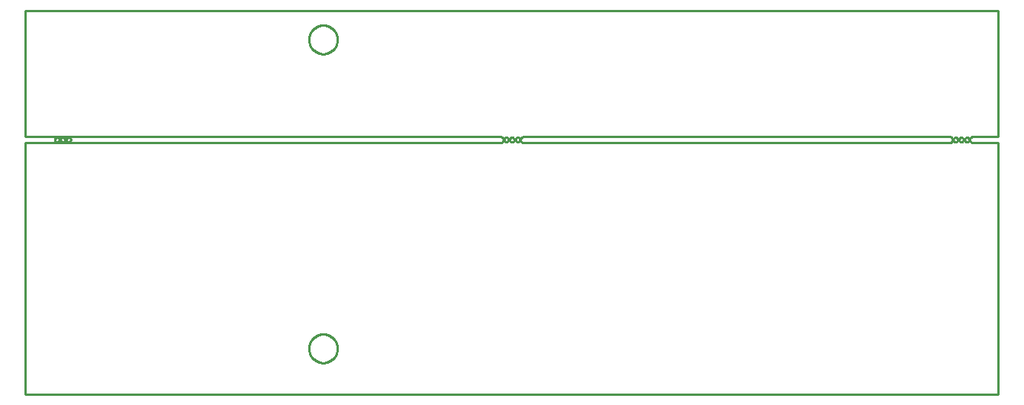
<source format=gbr>
G04 EAGLE Gerber RS-274X export*
G75*
%MOMM*%
%FSLAX34Y34*%
%LPD*%
%IN*%
%IPPOS*%
%AMOC8*
5,1,8,0,0,1.08239X$1,22.5*%
G01*
%ADD10C,0.254000*%


D10*
X0Y0D02*
X1079500Y0D01*
X1079500Y279400D01*
X1050925Y279400D01*
X1050648Y279412D01*
X1050374Y279448D01*
X1050103Y279508D01*
X1049839Y279591D01*
X1049583Y279697D01*
X1049338Y279825D01*
X1049104Y279974D01*
X1048884Y280143D01*
X1048680Y280330D01*
X1048493Y280534D01*
X1048324Y280754D01*
X1048175Y280988D01*
X1048047Y281233D01*
X1047941Y281489D01*
X1047858Y281753D01*
X1047798Y282024D01*
X1047762Y282298D01*
X1047750Y282575D01*
X1047762Y282852D01*
X1047798Y283126D01*
X1047858Y283397D01*
X1047941Y283661D01*
X1048047Y283917D01*
X1048175Y284163D01*
X1048324Y284396D01*
X1048493Y284616D01*
X1048680Y284820D01*
X1048884Y285007D01*
X1049104Y285176D01*
X1049338Y285325D01*
X1049583Y285453D01*
X1049839Y285559D01*
X1050103Y285642D01*
X1050374Y285702D01*
X1050648Y285738D01*
X1050925Y285750D01*
X1079500Y285750D01*
X1079500Y425450D01*
X0Y425450D01*
X0Y285750D01*
X527050Y285750D01*
X527327Y285738D01*
X527601Y285702D01*
X527872Y285642D01*
X528136Y285559D01*
X528392Y285453D01*
X528638Y285325D01*
X528871Y285176D01*
X529091Y285007D01*
X529295Y284820D01*
X529482Y284616D01*
X529651Y284396D01*
X529800Y284163D01*
X529928Y283917D01*
X530034Y283661D01*
X530117Y283397D01*
X530177Y283126D01*
X530213Y282852D01*
X530225Y282575D01*
X530213Y282298D01*
X530177Y282024D01*
X530117Y281753D01*
X530034Y281489D01*
X529928Y281233D01*
X529800Y280988D01*
X529651Y280754D01*
X529482Y280534D01*
X529295Y280330D01*
X529091Y280143D01*
X528871Y279974D01*
X528638Y279825D01*
X528392Y279697D01*
X528136Y279591D01*
X527872Y279508D01*
X527601Y279448D01*
X527327Y279412D01*
X527050Y279400D01*
X0Y279400D01*
X0Y0D01*
X549275Y282575D02*
X549287Y282298D01*
X549323Y282024D01*
X549383Y281753D01*
X549466Y281489D01*
X549572Y281233D01*
X549700Y280988D01*
X549849Y280754D01*
X550018Y280534D01*
X550205Y280330D01*
X550409Y280143D01*
X550629Y279974D01*
X550863Y279825D01*
X551108Y279697D01*
X551364Y279591D01*
X551628Y279508D01*
X551899Y279448D01*
X552173Y279412D01*
X552450Y279400D01*
X1025525Y279400D01*
X1025802Y279412D01*
X1026076Y279448D01*
X1026347Y279508D01*
X1026611Y279591D01*
X1026867Y279697D01*
X1027113Y279825D01*
X1027346Y279974D01*
X1027566Y280143D01*
X1027770Y280330D01*
X1027957Y280534D01*
X1028126Y280754D01*
X1028275Y280988D01*
X1028403Y281233D01*
X1028509Y281489D01*
X1028592Y281753D01*
X1028652Y282024D01*
X1028688Y282298D01*
X1028700Y282575D01*
X1028688Y282852D01*
X1028652Y283126D01*
X1028592Y283397D01*
X1028509Y283661D01*
X1028403Y283917D01*
X1028275Y284163D01*
X1028126Y284396D01*
X1027957Y284616D01*
X1027770Y284820D01*
X1027566Y285007D01*
X1027346Y285176D01*
X1027113Y285325D01*
X1026867Y285453D01*
X1026611Y285559D01*
X1026347Y285642D01*
X1026076Y285702D01*
X1025802Y285738D01*
X1025525Y285750D01*
X552450Y285750D01*
X552173Y285738D01*
X551899Y285702D01*
X551628Y285642D01*
X551364Y285559D01*
X551108Y285453D01*
X550863Y285325D01*
X550629Y285176D01*
X550409Y285007D01*
X550205Y284820D01*
X550018Y284616D01*
X549849Y284396D01*
X549700Y284163D01*
X549572Y283917D01*
X549466Y283661D01*
X549383Y283397D01*
X549323Y283126D01*
X549287Y282852D01*
X549275Y282575D01*
X346075Y393180D02*
X346007Y392143D01*
X345871Y391113D01*
X345669Y390093D01*
X345400Y389089D01*
X345065Y388105D01*
X344668Y387145D01*
X344208Y386213D01*
X343688Y385312D01*
X343111Y384448D01*
X342478Y383624D01*
X341793Y382842D01*
X341058Y382107D01*
X340276Y381422D01*
X339452Y380789D01*
X338588Y380212D01*
X337687Y379692D01*
X336755Y379232D01*
X335795Y378835D01*
X334811Y378500D01*
X333807Y378231D01*
X332787Y378029D01*
X331757Y377893D01*
X330720Y377825D01*
X329680Y377825D01*
X328643Y377893D01*
X327613Y378029D01*
X326593Y378231D01*
X325589Y378500D01*
X324605Y378835D01*
X323645Y379232D01*
X322713Y379692D01*
X321812Y380212D01*
X320948Y380789D01*
X320124Y381422D01*
X319342Y382107D01*
X318607Y382842D01*
X317922Y383624D01*
X317289Y384448D01*
X316712Y385312D01*
X316192Y386213D01*
X315732Y387145D01*
X315335Y388105D01*
X315000Y389089D01*
X314731Y390093D01*
X314529Y391113D01*
X314393Y392143D01*
X314325Y393180D01*
X314325Y394220D01*
X314393Y395257D01*
X314529Y396287D01*
X314731Y397307D01*
X315000Y398311D01*
X315335Y399295D01*
X315732Y400255D01*
X316192Y401187D01*
X316712Y402088D01*
X317289Y402952D01*
X317922Y403776D01*
X318607Y404558D01*
X319342Y405293D01*
X320124Y405978D01*
X320948Y406611D01*
X321812Y407188D01*
X322713Y407708D01*
X323645Y408168D01*
X324605Y408565D01*
X325589Y408900D01*
X326593Y409169D01*
X327613Y409371D01*
X328643Y409507D01*
X329680Y409575D01*
X330720Y409575D01*
X331757Y409507D01*
X332787Y409371D01*
X333807Y409169D01*
X334811Y408900D01*
X335795Y408565D01*
X336755Y408168D01*
X337687Y407708D01*
X338588Y407188D01*
X339452Y406611D01*
X340276Y405978D01*
X341058Y405293D01*
X341793Y404558D01*
X342478Y403776D01*
X343111Y402952D01*
X343688Y402088D01*
X344208Y401187D01*
X344668Y400255D01*
X345065Y399295D01*
X345400Y398311D01*
X345669Y397307D01*
X345871Y396287D01*
X346007Y395257D01*
X346075Y394220D01*
X346075Y393180D01*
X346075Y50280D02*
X346007Y49243D01*
X345871Y48213D01*
X345669Y47193D01*
X345400Y46189D01*
X345065Y45205D01*
X344668Y44245D01*
X344208Y43313D01*
X343688Y42412D01*
X343111Y41548D01*
X342478Y40724D01*
X341793Y39942D01*
X341058Y39207D01*
X340276Y38522D01*
X339452Y37889D01*
X338588Y37312D01*
X337687Y36792D01*
X336755Y36332D01*
X335795Y35935D01*
X334811Y35600D01*
X333807Y35331D01*
X332787Y35129D01*
X331757Y34993D01*
X330720Y34925D01*
X329680Y34925D01*
X328643Y34993D01*
X327613Y35129D01*
X326593Y35331D01*
X325589Y35600D01*
X324605Y35935D01*
X323645Y36332D01*
X322713Y36792D01*
X321812Y37312D01*
X320948Y37889D01*
X320124Y38522D01*
X319342Y39207D01*
X318607Y39942D01*
X317922Y40724D01*
X317289Y41548D01*
X316712Y42412D01*
X316192Y43313D01*
X315732Y44245D01*
X315335Y45205D01*
X315000Y46189D01*
X314731Y47193D01*
X314529Y48213D01*
X314393Y49243D01*
X314325Y50280D01*
X314325Y51320D01*
X314393Y52357D01*
X314529Y53387D01*
X314731Y54407D01*
X315000Y55411D01*
X315335Y56395D01*
X315732Y57355D01*
X316192Y58287D01*
X316712Y59188D01*
X317289Y60052D01*
X317922Y60876D01*
X318607Y61658D01*
X319342Y62393D01*
X320124Y63078D01*
X320948Y63711D01*
X321812Y64288D01*
X322713Y64808D01*
X323645Y65268D01*
X324605Y65665D01*
X325589Y66000D01*
X326593Y66269D01*
X327613Y66471D01*
X328643Y66607D01*
X329680Y66675D01*
X330720Y66675D01*
X331757Y66607D01*
X332787Y66471D01*
X333807Y66269D01*
X334811Y66000D01*
X335795Y65665D01*
X336755Y65268D01*
X337687Y64808D01*
X338588Y64288D01*
X339452Y63711D01*
X340276Y63078D01*
X341058Y62393D01*
X341793Y61658D01*
X342478Y60876D01*
X343111Y60052D01*
X343688Y59188D01*
X344208Y58287D01*
X344668Y57355D01*
X345065Y56395D01*
X345400Y55411D01*
X345669Y54407D01*
X345871Y53387D01*
X346007Y52357D01*
X346075Y51320D01*
X346075Y50280D01*
X37425Y282378D02*
X37363Y281990D01*
X37242Y281615D01*
X37063Y281265D01*
X36832Y280946D01*
X36554Y280668D01*
X36235Y280437D01*
X35885Y280258D01*
X35510Y280137D01*
X35122Y280075D01*
X34728Y280075D01*
X34340Y280137D01*
X33965Y280258D01*
X33615Y280437D01*
X33296Y280668D01*
X33018Y280946D01*
X32787Y281265D01*
X32608Y281615D01*
X32487Y281990D01*
X32425Y282378D01*
X32425Y282772D01*
X32487Y283160D01*
X32608Y283535D01*
X32787Y283885D01*
X33018Y284204D01*
X33296Y284482D01*
X33615Y284713D01*
X33965Y284892D01*
X34340Y285013D01*
X34728Y285075D01*
X35122Y285075D01*
X35510Y285013D01*
X35885Y284892D01*
X36235Y284713D01*
X36554Y284482D01*
X36832Y284204D01*
X37063Y283885D01*
X37242Y283535D01*
X37363Y283160D01*
X37425Y282772D01*
X37425Y282378D01*
X43775Y282378D02*
X43713Y281990D01*
X43592Y281615D01*
X43413Y281265D01*
X43182Y280946D01*
X42904Y280668D01*
X42585Y280437D01*
X42235Y280258D01*
X41860Y280137D01*
X41472Y280075D01*
X41078Y280075D01*
X40690Y280137D01*
X40315Y280258D01*
X39965Y280437D01*
X39646Y280668D01*
X39368Y280946D01*
X39137Y281265D01*
X38958Y281615D01*
X38837Y281990D01*
X38775Y282378D01*
X38775Y282772D01*
X38837Y283160D01*
X38958Y283535D01*
X39137Y283885D01*
X39368Y284204D01*
X39646Y284482D01*
X39965Y284713D01*
X40315Y284892D01*
X40690Y285013D01*
X41078Y285075D01*
X41472Y285075D01*
X41860Y285013D01*
X42235Y284892D01*
X42585Y284713D01*
X42904Y284482D01*
X43182Y284204D01*
X43413Y283885D01*
X43592Y283535D01*
X43713Y283160D01*
X43775Y282772D01*
X43775Y282378D01*
X50125Y282378D02*
X50063Y281990D01*
X49942Y281615D01*
X49763Y281265D01*
X49532Y280946D01*
X49254Y280668D01*
X48935Y280437D01*
X48585Y280258D01*
X48210Y280137D01*
X47822Y280075D01*
X47428Y280075D01*
X47040Y280137D01*
X46665Y280258D01*
X46315Y280437D01*
X45996Y280668D01*
X45718Y280946D01*
X45487Y281265D01*
X45308Y281615D01*
X45187Y281990D01*
X45125Y282378D01*
X45125Y282772D01*
X45187Y283160D01*
X45308Y283535D01*
X45487Y283885D01*
X45718Y284204D01*
X45996Y284482D01*
X46315Y284713D01*
X46665Y284892D01*
X47040Y285013D01*
X47428Y285075D01*
X47822Y285075D01*
X48210Y285013D01*
X48585Y284892D01*
X48935Y284713D01*
X49254Y284482D01*
X49532Y284204D01*
X49763Y283885D01*
X49942Y283535D01*
X50063Y283160D01*
X50125Y282772D01*
X50125Y282378D01*
X1047075Y282378D02*
X1047013Y281990D01*
X1046892Y281615D01*
X1046713Y281265D01*
X1046482Y280946D01*
X1046204Y280668D01*
X1045885Y280437D01*
X1045535Y280258D01*
X1045160Y280137D01*
X1044772Y280075D01*
X1044378Y280075D01*
X1043990Y280137D01*
X1043615Y280258D01*
X1043265Y280437D01*
X1042946Y280668D01*
X1042668Y280946D01*
X1042437Y281265D01*
X1042258Y281615D01*
X1042137Y281990D01*
X1042075Y282378D01*
X1042075Y282772D01*
X1042137Y283160D01*
X1042258Y283535D01*
X1042437Y283885D01*
X1042668Y284204D01*
X1042946Y284482D01*
X1043265Y284713D01*
X1043615Y284892D01*
X1043990Y285013D01*
X1044378Y285075D01*
X1044772Y285075D01*
X1045160Y285013D01*
X1045535Y284892D01*
X1045885Y284713D01*
X1046204Y284482D01*
X1046482Y284204D01*
X1046713Y283885D01*
X1046892Y283535D01*
X1047013Y283160D01*
X1047075Y282772D01*
X1047075Y282378D01*
X1040725Y282378D02*
X1040663Y281990D01*
X1040542Y281615D01*
X1040363Y281265D01*
X1040132Y280946D01*
X1039854Y280668D01*
X1039535Y280437D01*
X1039185Y280258D01*
X1038810Y280137D01*
X1038422Y280075D01*
X1038028Y280075D01*
X1037640Y280137D01*
X1037265Y280258D01*
X1036915Y280437D01*
X1036596Y280668D01*
X1036318Y280946D01*
X1036087Y281265D01*
X1035908Y281615D01*
X1035787Y281990D01*
X1035725Y282378D01*
X1035725Y282772D01*
X1035787Y283160D01*
X1035908Y283535D01*
X1036087Y283885D01*
X1036318Y284204D01*
X1036596Y284482D01*
X1036915Y284713D01*
X1037265Y284892D01*
X1037640Y285013D01*
X1038028Y285075D01*
X1038422Y285075D01*
X1038810Y285013D01*
X1039185Y284892D01*
X1039535Y284713D01*
X1039854Y284482D01*
X1040132Y284204D01*
X1040363Y283885D01*
X1040542Y283535D01*
X1040663Y283160D01*
X1040725Y282772D01*
X1040725Y282378D01*
X1034375Y282378D02*
X1034313Y281990D01*
X1034192Y281615D01*
X1034013Y281265D01*
X1033782Y280946D01*
X1033504Y280668D01*
X1033185Y280437D01*
X1032835Y280258D01*
X1032460Y280137D01*
X1032072Y280075D01*
X1031678Y280075D01*
X1031290Y280137D01*
X1030915Y280258D01*
X1030565Y280437D01*
X1030246Y280668D01*
X1029968Y280946D01*
X1029737Y281265D01*
X1029558Y281615D01*
X1029437Y281990D01*
X1029375Y282378D01*
X1029375Y282772D01*
X1029437Y283160D01*
X1029558Y283535D01*
X1029737Y283885D01*
X1029968Y284204D01*
X1030246Y284482D01*
X1030565Y284713D01*
X1030915Y284892D01*
X1031290Y285013D01*
X1031678Y285075D01*
X1032072Y285075D01*
X1032460Y285013D01*
X1032835Y284892D01*
X1033185Y284713D01*
X1033504Y284482D01*
X1033782Y284204D01*
X1034013Y283885D01*
X1034192Y283535D01*
X1034313Y283160D01*
X1034375Y282772D01*
X1034375Y282378D01*
X542250Y282378D02*
X542188Y281990D01*
X542067Y281615D01*
X541888Y281265D01*
X541657Y280946D01*
X541379Y280668D01*
X541060Y280437D01*
X540710Y280258D01*
X540335Y280137D01*
X539947Y280075D01*
X539553Y280075D01*
X539165Y280137D01*
X538790Y280258D01*
X538440Y280437D01*
X538121Y280668D01*
X537843Y280946D01*
X537612Y281265D01*
X537433Y281615D01*
X537312Y281990D01*
X537250Y282378D01*
X537250Y282772D01*
X537312Y283160D01*
X537433Y283535D01*
X537612Y283885D01*
X537843Y284204D01*
X538121Y284482D01*
X538440Y284713D01*
X538790Y284892D01*
X539165Y285013D01*
X539553Y285075D01*
X539947Y285075D01*
X540335Y285013D01*
X540710Y284892D01*
X541060Y284713D01*
X541379Y284482D01*
X541657Y284204D01*
X541888Y283885D01*
X542067Y283535D01*
X542188Y283160D01*
X542250Y282772D01*
X542250Y282378D01*
X548600Y282378D02*
X548538Y281990D01*
X548417Y281615D01*
X548238Y281265D01*
X548007Y280946D01*
X547729Y280668D01*
X547410Y280437D01*
X547060Y280258D01*
X546685Y280137D01*
X546297Y280075D01*
X545903Y280075D01*
X545515Y280137D01*
X545140Y280258D01*
X544790Y280437D01*
X544471Y280668D01*
X544193Y280946D01*
X543962Y281265D01*
X543783Y281615D01*
X543662Y281990D01*
X543600Y282378D01*
X543600Y282772D01*
X543662Y283160D01*
X543783Y283535D01*
X543962Y283885D01*
X544193Y284204D01*
X544471Y284482D01*
X544790Y284713D01*
X545140Y284892D01*
X545515Y285013D01*
X545903Y285075D01*
X546297Y285075D01*
X546685Y285013D01*
X547060Y284892D01*
X547410Y284713D01*
X547729Y284482D01*
X548007Y284204D01*
X548238Y283885D01*
X548417Y283535D01*
X548538Y283160D01*
X548600Y282772D01*
X548600Y282378D01*
X535900Y282378D02*
X535838Y281990D01*
X535717Y281615D01*
X535538Y281265D01*
X535307Y280946D01*
X535029Y280668D01*
X534710Y280437D01*
X534360Y280258D01*
X533985Y280137D01*
X533597Y280075D01*
X533203Y280075D01*
X532815Y280137D01*
X532440Y280258D01*
X532090Y280437D01*
X531771Y280668D01*
X531493Y280946D01*
X531262Y281265D01*
X531083Y281615D01*
X530962Y281990D01*
X530900Y282378D01*
X530900Y282772D01*
X530962Y283160D01*
X531083Y283535D01*
X531262Y283885D01*
X531493Y284204D01*
X531771Y284482D01*
X532090Y284713D01*
X532440Y284892D01*
X532815Y285013D01*
X533203Y285075D01*
X533597Y285075D01*
X533985Y285013D01*
X534360Y284892D01*
X534710Y284713D01*
X535029Y284482D01*
X535307Y284204D01*
X535538Y283885D01*
X535717Y283535D01*
X535838Y283160D01*
X535900Y282772D01*
X535900Y282378D01*
M02*

</source>
